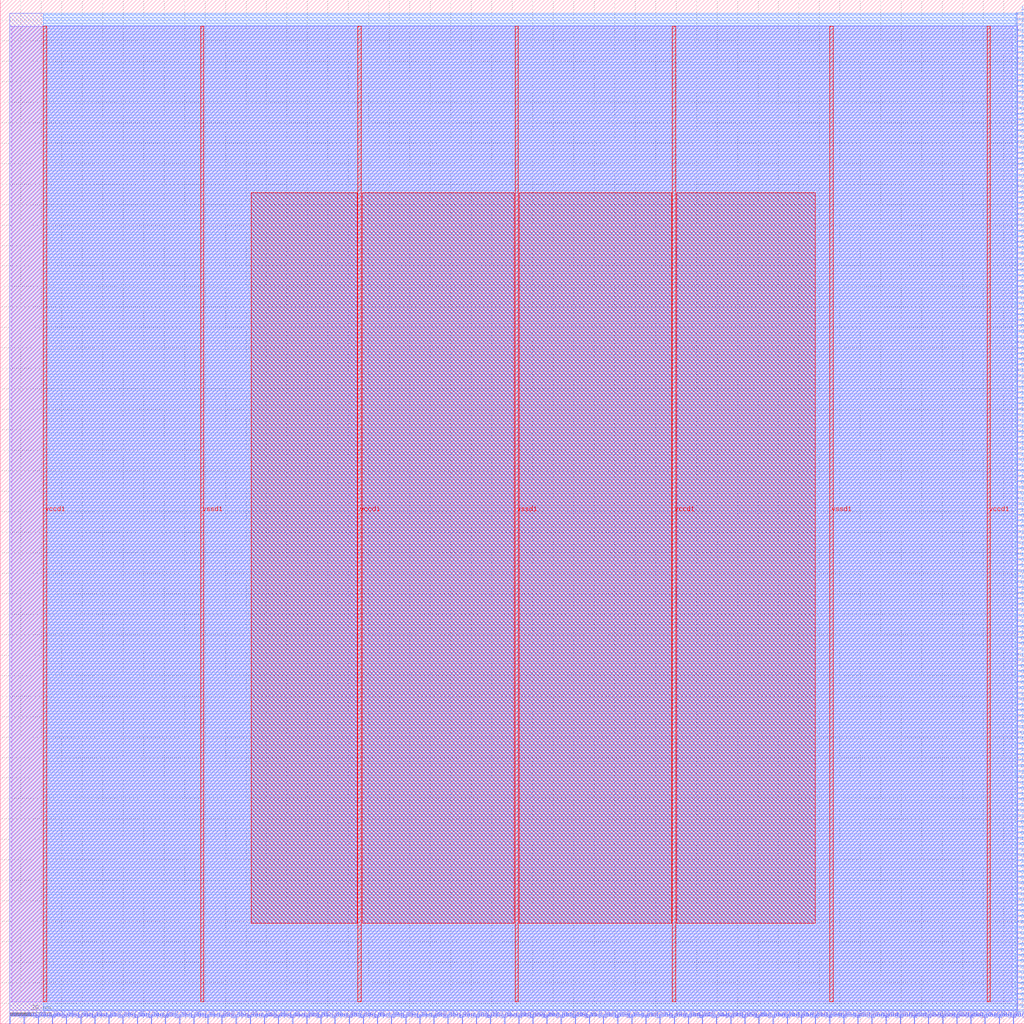
<source format=lef>
VERSION 5.7 ;
  NOWIREEXTENSIONATPIN ON ;
  DIVIDERCHAR "/" ;
  BUSBITCHARS "[]" ;
MACRO core
  CLASS BLOCK ;
  FOREIGN core ;
  ORIGIN 0.000 0.000 ;
  SIZE 500.000 BY 500.000 ;
  PIN dbg_in[0]
    DIRECTION INPUT ;
    USE SIGNAL ;
    PORT
      LAYER met2 ;
        RECT 4.690 0.000 4.970 4.000 ;
    END
  END dbg_in[0]
  PIN dbg_in[1]
    DIRECTION INPUT ;
    USE SIGNAL ;
    PORT
      LAYER met2 ;
        RECT 32.290 0.000 32.570 4.000 ;
    END
  END dbg_in[1]
  PIN dbg_in[2]
    DIRECTION INPUT ;
    USE SIGNAL ;
    PORT
      LAYER met2 ;
        RECT 59.890 0.000 60.170 4.000 ;
    END
  END dbg_in[2]
  PIN dbg_in[3]
    DIRECTION INPUT ;
    USE SIGNAL ;
    PORT
      LAYER met2 ;
        RECT 87.490 0.000 87.770 4.000 ;
    END
  END dbg_in[3]
  PIN dbg_out[0]
    DIRECTION OUTPUT TRISTATE ;
    USE SIGNAL ;
    PORT
      LAYER met2 ;
        RECT 11.590 0.000 11.870 4.000 ;
    END
  END dbg_out[0]
  PIN dbg_out[10]
    DIRECTION OUTPUT TRISTATE ;
    USE SIGNAL ;
    PORT
      LAYER met2 ;
        RECT 239.290 0.000 239.570 4.000 ;
    END
  END dbg_out[10]
  PIN dbg_out[11]
    DIRECTION OUTPUT TRISTATE ;
    USE SIGNAL ;
    PORT
      LAYER met2 ;
        RECT 259.990 0.000 260.270 4.000 ;
    END
  END dbg_out[11]
  PIN dbg_out[12]
    DIRECTION OUTPUT TRISTATE ;
    USE SIGNAL ;
    PORT
      LAYER met2 ;
        RECT 280.690 0.000 280.970 4.000 ;
    END
  END dbg_out[12]
  PIN dbg_out[13]
    DIRECTION OUTPUT TRISTATE ;
    USE SIGNAL ;
    PORT
      LAYER met2 ;
        RECT 301.390 0.000 301.670 4.000 ;
    END
  END dbg_out[13]
  PIN dbg_out[14]
    DIRECTION OUTPUT TRISTATE ;
    USE SIGNAL ;
    PORT
      LAYER met2 ;
        RECT 322.090 0.000 322.370 4.000 ;
    END
  END dbg_out[14]
  PIN dbg_out[15]
    DIRECTION OUTPUT TRISTATE ;
    USE SIGNAL ;
    PORT
      LAYER met2 ;
        RECT 342.790 0.000 343.070 4.000 ;
    END
  END dbg_out[15]
  PIN dbg_out[16]
    DIRECTION OUTPUT TRISTATE ;
    USE SIGNAL ;
    PORT
      LAYER met2 ;
        RECT 363.490 0.000 363.770 4.000 ;
    END
  END dbg_out[16]
  PIN dbg_out[17]
    DIRECTION OUTPUT TRISTATE ;
    USE SIGNAL ;
    PORT
      LAYER met2 ;
        RECT 370.390 0.000 370.670 4.000 ;
    END
  END dbg_out[17]
  PIN dbg_out[18]
    DIRECTION OUTPUT TRISTATE ;
    USE SIGNAL ;
    PORT
      LAYER met2 ;
        RECT 377.290 0.000 377.570 4.000 ;
    END
  END dbg_out[18]
  PIN dbg_out[19]
    DIRECTION OUTPUT TRISTATE ;
    USE SIGNAL ;
    PORT
      LAYER met2 ;
        RECT 384.190 0.000 384.470 4.000 ;
    END
  END dbg_out[19]
  PIN dbg_out[1]
    DIRECTION OUTPUT TRISTATE ;
    USE SIGNAL ;
    PORT
      LAYER met2 ;
        RECT 39.190 0.000 39.470 4.000 ;
    END
  END dbg_out[1]
  PIN dbg_out[20]
    DIRECTION OUTPUT TRISTATE ;
    USE SIGNAL ;
    PORT
      LAYER met2 ;
        RECT 391.090 0.000 391.370 4.000 ;
    END
  END dbg_out[20]
  PIN dbg_out[21]
    DIRECTION OUTPUT TRISTATE ;
    USE SIGNAL ;
    PORT
      LAYER met2 ;
        RECT 397.990 0.000 398.270 4.000 ;
    END
  END dbg_out[21]
  PIN dbg_out[22]
    DIRECTION OUTPUT TRISTATE ;
    USE SIGNAL ;
    PORT
      LAYER met2 ;
        RECT 404.890 0.000 405.170 4.000 ;
    END
  END dbg_out[22]
  PIN dbg_out[23]
    DIRECTION OUTPUT TRISTATE ;
    USE SIGNAL ;
    PORT
      LAYER met2 ;
        RECT 411.790 0.000 412.070 4.000 ;
    END
  END dbg_out[23]
  PIN dbg_out[24]
    DIRECTION OUTPUT TRISTATE ;
    USE SIGNAL ;
    PORT
      LAYER met2 ;
        RECT 418.690 0.000 418.970 4.000 ;
    END
  END dbg_out[24]
  PIN dbg_out[25]
    DIRECTION OUTPUT TRISTATE ;
    USE SIGNAL ;
    PORT
      LAYER met2 ;
        RECT 425.590 0.000 425.870 4.000 ;
    END
  END dbg_out[25]
  PIN dbg_out[26]
    DIRECTION OUTPUT TRISTATE ;
    USE SIGNAL ;
    PORT
      LAYER met2 ;
        RECT 432.490 0.000 432.770 4.000 ;
    END
  END dbg_out[26]
  PIN dbg_out[27]
    DIRECTION OUTPUT TRISTATE ;
    USE SIGNAL ;
    PORT
      LAYER met2 ;
        RECT 439.390 0.000 439.670 4.000 ;
    END
  END dbg_out[27]
  PIN dbg_out[28]
    DIRECTION OUTPUT TRISTATE ;
    USE SIGNAL ;
    PORT
      LAYER met2 ;
        RECT 446.290 0.000 446.570 4.000 ;
    END
  END dbg_out[28]
  PIN dbg_out[29]
    DIRECTION OUTPUT TRISTATE ;
    USE SIGNAL ;
    PORT
      LAYER met2 ;
        RECT 453.190 0.000 453.470 4.000 ;
    END
  END dbg_out[29]
  PIN dbg_out[2]
    DIRECTION OUTPUT TRISTATE ;
    USE SIGNAL ;
    PORT
      LAYER met2 ;
        RECT 66.790 0.000 67.070 4.000 ;
    END
  END dbg_out[2]
  PIN dbg_out[30]
    DIRECTION OUTPUT TRISTATE ;
    USE SIGNAL ;
    PORT
      LAYER met2 ;
        RECT 460.090 0.000 460.370 4.000 ;
    END
  END dbg_out[30]
  PIN dbg_out[31]
    DIRECTION OUTPUT TRISTATE ;
    USE SIGNAL ;
    PORT
      LAYER met2 ;
        RECT 466.990 0.000 467.270 4.000 ;
    END
  END dbg_out[31]
  PIN dbg_out[32]
    DIRECTION OUTPUT TRISTATE ;
    USE SIGNAL ;
    PORT
      LAYER met2 ;
        RECT 473.890 0.000 474.170 4.000 ;
    END
  END dbg_out[32]
  PIN dbg_out[33]
    DIRECTION OUTPUT TRISTATE ;
    USE SIGNAL ;
    PORT
      LAYER met2 ;
        RECT 480.790 0.000 481.070 4.000 ;
    END
  END dbg_out[33]
  PIN dbg_out[34]
    DIRECTION OUTPUT TRISTATE ;
    USE SIGNAL ;
    PORT
      LAYER met2 ;
        RECT 487.690 0.000 487.970 4.000 ;
    END
  END dbg_out[34]
  PIN dbg_out[35]
    DIRECTION OUTPUT TRISTATE ;
    USE SIGNAL ;
    PORT
      LAYER met2 ;
        RECT 494.590 0.000 494.870 4.000 ;
    END
  END dbg_out[35]
  PIN dbg_out[3]
    DIRECTION OUTPUT TRISTATE ;
    USE SIGNAL ;
    PORT
      LAYER met2 ;
        RECT 94.390 0.000 94.670 4.000 ;
    END
  END dbg_out[3]
  PIN dbg_out[4]
    DIRECTION OUTPUT TRISTATE ;
    USE SIGNAL ;
    PORT
      LAYER met2 ;
        RECT 115.090 0.000 115.370 4.000 ;
    END
  END dbg_out[4]
  PIN dbg_out[5]
    DIRECTION OUTPUT TRISTATE ;
    USE SIGNAL ;
    PORT
      LAYER met2 ;
        RECT 135.790 0.000 136.070 4.000 ;
    END
  END dbg_out[5]
  PIN dbg_out[6]
    DIRECTION OUTPUT TRISTATE ;
    USE SIGNAL ;
    PORT
      LAYER met2 ;
        RECT 156.490 0.000 156.770 4.000 ;
    END
  END dbg_out[6]
  PIN dbg_out[7]
    DIRECTION OUTPUT TRISTATE ;
    USE SIGNAL ;
    PORT
      LAYER met2 ;
        RECT 177.190 0.000 177.470 4.000 ;
    END
  END dbg_out[7]
  PIN dbg_out[8]
    DIRECTION OUTPUT TRISTATE ;
    USE SIGNAL ;
    PORT
      LAYER met2 ;
        RECT 197.890 0.000 198.170 4.000 ;
    END
  END dbg_out[8]
  PIN dbg_out[9]
    DIRECTION OUTPUT TRISTATE ;
    USE SIGNAL ;
    PORT
      LAYER met2 ;
        RECT 218.590 0.000 218.870 4.000 ;
    END
  END dbg_out[9]
  PIN dbg_pc[0]
    DIRECTION OUTPUT TRISTATE ;
    USE SIGNAL ;
    PORT
      LAYER met2 ;
        RECT 18.490 0.000 18.770 4.000 ;
    END
  END dbg_pc[0]
  PIN dbg_pc[10]
    DIRECTION OUTPUT TRISTATE ;
    USE SIGNAL ;
    PORT
      LAYER met2 ;
        RECT 246.190 0.000 246.470 4.000 ;
    END
  END dbg_pc[10]
  PIN dbg_pc[11]
    DIRECTION OUTPUT TRISTATE ;
    USE SIGNAL ;
    PORT
      LAYER met2 ;
        RECT 266.890 0.000 267.170 4.000 ;
    END
  END dbg_pc[11]
  PIN dbg_pc[12]
    DIRECTION OUTPUT TRISTATE ;
    USE SIGNAL ;
    PORT
      LAYER met2 ;
        RECT 287.590 0.000 287.870 4.000 ;
    END
  END dbg_pc[12]
  PIN dbg_pc[13]
    DIRECTION OUTPUT TRISTATE ;
    USE SIGNAL ;
    PORT
      LAYER met2 ;
        RECT 308.290 0.000 308.570 4.000 ;
    END
  END dbg_pc[13]
  PIN dbg_pc[14]
    DIRECTION OUTPUT TRISTATE ;
    USE SIGNAL ;
    PORT
      LAYER met2 ;
        RECT 328.990 0.000 329.270 4.000 ;
    END
  END dbg_pc[14]
  PIN dbg_pc[15]
    DIRECTION OUTPUT TRISTATE ;
    USE SIGNAL ;
    PORT
      LAYER met2 ;
        RECT 349.690 0.000 349.970 4.000 ;
    END
  END dbg_pc[15]
  PIN dbg_pc[1]
    DIRECTION OUTPUT TRISTATE ;
    USE SIGNAL ;
    PORT
      LAYER met2 ;
        RECT 46.090 0.000 46.370 4.000 ;
    END
  END dbg_pc[1]
  PIN dbg_pc[2]
    DIRECTION OUTPUT TRISTATE ;
    USE SIGNAL ;
    PORT
      LAYER met2 ;
        RECT 73.690 0.000 73.970 4.000 ;
    END
  END dbg_pc[2]
  PIN dbg_pc[3]
    DIRECTION OUTPUT TRISTATE ;
    USE SIGNAL ;
    PORT
      LAYER met2 ;
        RECT 101.290 0.000 101.570 4.000 ;
    END
  END dbg_pc[3]
  PIN dbg_pc[4]
    DIRECTION OUTPUT TRISTATE ;
    USE SIGNAL ;
    PORT
      LAYER met2 ;
        RECT 121.990 0.000 122.270 4.000 ;
    END
  END dbg_pc[4]
  PIN dbg_pc[5]
    DIRECTION OUTPUT TRISTATE ;
    USE SIGNAL ;
    PORT
      LAYER met2 ;
        RECT 142.690 0.000 142.970 4.000 ;
    END
  END dbg_pc[5]
  PIN dbg_pc[6]
    DIRECTION OUTPUT TRISTATE ;
    USE SIGNAL ;
    PORT
      LAYER met2 ;
        RECT 163.390 0.000 163.670 4.000 ;
    END
  END dbg_pc[6]
  PIN dbg_pc[7]
    DIRECTION OUTPUT TRISTATE ;
    USE SIGNAL ;
    PORT
      LAYER met2 ;
        RECT 184.090 0.000 184.370 4.000 ;
    END
  END dbg_pc[7]
  PIN dbg_pc[8]
    DIRECTION OUTPUT TRISTATE ;
    USE SIGNAL ;
    PORT
      LAYER met2 ;
        RECT 204.790 0.000 205.070 4.000 ;
    END
  END dbg_pc[8]
  PIN dbg_pc[9]
    DIRECTION OUTPUT TRISTATE ;
    USE SIGNAL ;
    PORT
      LAYER met2 ;
        RECT 225.490 0.000 225.770 4.000 ;
    END
  END dbg_pc[9]
  PIN dbg_r0[0]
    DIRECTION OUTPUT TRISTATE ;
    USE SIGNAL ;
    PORT
      LAYER met2 ;
        RECT 25.390 0.000 25.670 4.000 ;
    END
  END dbg_r0[0]
  PIN dbg_r0[10]
    DIRECTION OUTPUT TRISTATE ;
    USE SIGNAL ;
    PORT
      LAYER met2 ;
        RECT 253.090 0.000 253.370 4.000 ;
    END
  END dbg_r0[10]
  PIN dbg_r0[11]
    DIRECTION OUTPUT TRISTATE ;
    USE SIGNAL ;
    PORT
      LAYER met2 ;
        RECT 273.790 0.000 274.070 4.000 ;
    END
  END dbg_r0[11]
  PIN dbg_r0[12]
    DIRECTION OUTPUT TRISTATE ;
    USE SIGNAL ;
    PORT
      LAYER met2 ;
        RECT 294.490 0.000 294.770 4.000 ;
    END
  END dbg_r0[12]
  PIN dbg_r0[13]
    DIRECTION OUTPUT TRISTATE ;
    USE SIGNAL ;
    PORT
      LAYER met2 ;
        RECT 315.190 0.000 315.470 4.000 ;
    END
  END dbg_r0[13]
  PIN dbg_r0[14]
    DIRECTION OUTPUT TRISTATE ;
    USE SIGNAL ;
    PORT
      LAYER met2 ;
        RECT 335.890 0.000 336.170 4.000 ;
    END
  END dbg_r0[14]
  PIN dbg_r0[15]
    DIRECTION OUTPUT TRISTATE ;
    USE SIGNAL ;
    PORT
      LAYER met2 ;
        RECT 356.590 0.000 356.870 4.000 ;
    END
  END dbg_r0[15]
  PIN dbg_r0[1]
    DIRECTION OUTPUT TRISTATE ;
    USE SIGNAL ;
    PORT
      LAYER met2 ;
        RECT 52.990 0.000 53.270 4.000 ;
    END
  END dbg_r0[1]
  PIN dbg_r0[2]
    DIRECTION OUTPUT TRISTATE ;
    USE SIGNAL ;
    PORT
      LAYER met2 ;
        RECT 80.590 0.000 80.870 4.000 ;
    END
  END dbg_r0[2]
  PIN dbg_r0[3]
    DIRECTION OUTPUT TRISTATE ;
    USE SIGNAL ;
    PORT
      LAYER met2 ;
        RECT 108.190 0.000 108.470 4.000 ;
    END
  END dbg_r0[3]
  PIN dbg_r0[4]
    DIRECTION OUTPUT TRISTATE ;
    USE SIGNAL ;
    PORT
      LAYER met2 ;
        RECT 128.890 0.000 129.170 4.000 ;
    END
  END dbg_r0[4]
  PIN dbg_r0[5]
    DIRECTION OUTPUT TRISTATE ;
    USE SIGNAL ;
    PORT
      LAYER met2 ;
        RECT 149.590 0.000 149.870 4.000 ;
    END
  END dbg_r0[5]
  PIN dbg_r0[6]
    DIRECTION OUTPUT TRISTATE ;
    USE SIGNAL ;
    PORT
      LAYER met2 ;
        RECT 170.290 0.000 170.570 4.000 ;
    END
  END dbg_r0[6]
  PIN dbg_r0[7]
    DIRECTION OUTPUT TRISTATE ;
    USE SIGNAL ;
    PORT
      LAYER met2 ;
        RECT 190.990 0.000 191.270 4.000 ;
    END
  END dbg_r0[7]
  PIN dbg_r0[8]
    DIRECTION OUTPUT TRISTATE ;
    USE SIGNAL ;
    PORT
      LAYER met2 ;
        RECT 211.690 0.000 211.970 4.000 ;
    END
  END dbg_r0[8]
  PIN dbg_r0[9]
    DIRECTION OUTPUT TRISTATE ;
    USE SIGNAL ;
    PORT
      LAYER met2 ;
        RECT 232.390 0.000 232.670 4.000 ;
    END
  END dbg_r0[9]
  PIN i_clk
    DIRECTION INPUT ;
    USE SIGNAL ;
    PORT
      LAYER met3 ;
        RECT 496.000 6.160 500.000 6.760 ;
    END
  END i_clk
  PIN i_core_int_sreg[0]
    DIRECTION INPUT ;
    USE SIGNAL ;
    PORT
      LAYER met3 ;
        RECT 496.000 452.240 500.000 452.840 ;
    END
  END i_core_int_sreg[0]
  PIN i_core_int_sreg[10]
    DIRECTION INPUT ;
    USE SIGNAL ;
    PORT
      LAYER met3 ;
        RECT 496.000 479.440 500.000 480.040 ;
    END
  END i_core_int_sreg[10]
  PIN i_core_int_sreg[11]
    DIRECTION INPUT ;
    USE SIGNAL ;
    PORT
      LAYER met3 ;
        RECT 496.000 482.160 500.000 482.760 ;
    END
  END i_core_int_sreg[11]
  PIN i_core_int_sreg[12]
    DIRECTION INPUT ;
    USE SIGNAL ;
    PORT
      LAYER met3 ;
        RECT 496.000 484.880 500.000 485.480 ;
    END
  END i_core_int_sreg[12]
  PIN i_core_int_sreg[13]
    DIRECTION INPUT ;
    USE SIGNAL ;
    PORT
      LAYER met3 ;
        RECT 496.000 487.600 500.000 488.200 ;
    END
  END i_core_int_sreg[13]
  PIN i_core_int_sreg[14]
    DIRECTION INPUT ;
    USE SIGNAL ;
    PORT
      LAYER met3 ;
        RECT 496.000 490.320 500.000 490.920 ;
    END
  END i_core_int_sreg[14]
  PIN i_core_int_sreg[15]
    DIRECTION INPUT ;
    USE SIGNAL ;
    PORT
      LAYER met3 ;
        RECT 496.000 493.040 500.000 493.640 ;
    END
  END i_core_int_sreg[15]
  PIN i_core_int_sreg[1]
    DIRECTION INPUT ;
    USE SIGNAL ;
    PORT
      LAYER met3 ;
        RECT 496.000 454.960 500.000 455.560 ;
    END
  END i_core_int_sreg[1]
  PIN i_core_int_sreg[2]
    DIRECTION INPUT ;
    USE SIGNAL ;
    PORT
      LAYER met3 ;
        RECT 496.000 457.680 500.000 458.280 ;
    END
  END i_core_int_sreg[2]
  PIN i_core_int_sreg[3]
    DIRECTION INPUT ;
    USE SIGNAL ;
    PORT
      LAYER met3 ;
        RECT 496.000 460.400 500.000 461.000 ;
    END
  END i_core_int_sreg[3]
  PIN i_core_int_sreg[4]
    DIRECTION INPUT ;
    USE SIGNAL ;
    PORT
      LAYER met3 ;
        RECT 496.000 463.120 500.000 463.720 ;
    END
  END i_core_int_sreg[4]
  PIN i_core_int_sreg[5]
    DIRECTION INPUT ;
    USE SIGNAL ;
    PORT
      LAYER met3 ;
        RECT 496.000 465.840 500.000 466.440 ;
    END
  END i_core_int_sreg[5]
  PIN i_core_int_sreg[6]
    DIRECTION INPUT ;
    USE SIGNAL ;
    PORT
      LAYER met3 ;
        RECT 496.000 468.560 500.000 469.160 ;
    END
  END i_core_int_sreg[6]
  PIN i_core_int_sreg[7]
    DIRECTION INPUT ;
    USE SIGNAL ;
    PORT
      LAYER met3 ;
        RECT 496.000 471.280 500.000 471.880 ;
    END
  END i_core_int_sreg[7]
  PIN i_core_int_sreg[8]
    DIRECTION INPUT ;
    USE SIGNAL ;
    PORT
      LAYER met3 ;
        RECT 496.000 474.000 500.000 474.600 ;
    END
  END i_core_int_sreg[8]
  PIN i_core_int_sreg[9]
    DIRECTION INPUT ;
    USE SIGNAL ;
    PORT
      LAYER met3 ;
        RECT 496.000 476.720 500.000 477.320 ;
    END
  END i_core_int_sreg[9]
  PIN i_disable
    DIRECTION INPUT ;
    USE SIGNAL ;
    PORT
      LAYER met3 ;
        RECT 496.000 446.800 500.000 447.400 ;
    END
  END i_disable
  PIN i_irq
    DIRECTION INPUT ;
    USE SIGNAL ;
    PORT
      LAYER met3 ;
        RECT 496.000 346.160 500.000 346.760 ;
    END
  END i_irq
  PIN i_mc_core_int
    DIRECTION INPUT ;
    USE SIGNAL ;
    PORT
      LAYER met3 ;
        RECT 496.000 449.520 500.000 450.120 ;
    END
  END i_mc_core_int
  PIN i_mem_ack
    DIRECTION INPUT ;
    USE SIGNAL ;
    PORT
      LAYER met3 ;
        RECT 496.000 174.800 500.000 175.400 ;
    END
  END i_mem_ack
  PIN i_mem_data[0]
    DIRECTION INPUT ;
    USE SIGNAL ;
    PORT
      LAYER met3 ;
        RECT 496.000 76.880 500.000 77.480 ;
    END
  END i_mem_data[0]
  PIN i_mem_data[10]
    DIRECTION INPUT ;
    USE SIGNAL ;
    PORT
      LAYER met3 ;
        RECT 496.000 131.280 500.000 131.880 ;
    END
  END i_mem_data[10]
  PIN i_mem_data[11]
    DIRECTION INPUT ;
    USE SIGNAL ;
    PORT
      LAYER met3 ;
        RECT 496.000 136.720 500.000 137.320 ;
    END
  END i_mem_data[11]
  PIN i_mem_data[12]
    DIRECTION INPUT ;
    USE SIGNAL ;
    PORT
      LAYER met3 ;
        RECT 496.000 142.160 500.000 142.760 ;
    END
  END i_mem_data[12]
  PIN i_mem_data[13]
    DIRECTION INPUT ;
    USE SIGNAL ;
    PORT
      LAYER met3 ;
        RECT 496.000 147.600 500.000 148.200 ;
    END
  END i_mem_data[13]
  PIN i_mem_data[14]
    DIRECTION INPUT ;
    USE SIGNAL ;
    PORT
      LAYER met3 ;
        RECT 496.000 153.040 500.000 153.640 ;
    END
  END i_mem_data[14]
  PIN i_mem_data[15]
    DIRECTION INPUT ;
    USE SIGNAL ;
    PORT
      LAYER met3 ;
        RECT 496.000 158.480 500.000 159.080 ;
    END
  END i_mem_data[15]
  PIN i_mem_data[1]
    DIRECTION INPUT ;
    USE SIGNAL ;
    PORT
      LAYER met3 ;
        RECT 496.000 82.320 500.000 82.920 ;
    END
  END i_mem_data[1]
  PIN i_mem_data[2]
    DIRECTION INPUT ;
    USE SIGNAL ;
    PORT
      LAYER met3 ;
        RECT 496.000 87.760 500.000 88.360 ;
    END
  END i_mem_data[2]
  PIN i_mem_data[3]
    DIRECTION INPUT ;
    USE SIGNAL ;
    PORT
      LAYER met3 ;
        RECT 496.000 93.200 500.000 93.800 ;
    END
  END i_mem_data[3]
  PIN i_mem_data[4]
    DIRECTION INPUT ;
    USE SIGNAL ;
    PORT
      LAYER met3 ;
        RECT 496.000 98.640 500.000 99.240 ;
    END
  END i_mem_data[4]
  PIN i_mem_data[5]
    DIRECTION INPUT ;
    USE SIGNAL ;
    PORT
      LAYER met3 ;
        RECT 496.000 104.080 500.000 104.680 ;
    END
  END i_mem_data[5]
  PIN i_mem_data[6]
    DIRECTION INPUT ;
    USE SIGNAL ;
    PORT
      LAYER met3 ;
        RECT 496.000 109.520 500.000 110.120 ;
    END
  END i_mem_data[6]
  PIN i_mem_data[7]
    DIRECTION INPUT ;
    USE SIGNAL ;
    PORT
      LAYER met3 ;
        RECT 496.000 114.960 500.000 115.560 ;
    END
  END i_mem_data[7]
  PIN i_mem_data[8]
    DIRECTION INPUT ;
    USE SIGNAL ;
    PORT
      LAYER met3 ;
        RECT 496.000 120.400 500.000 121.000 ;
    END
  END i_mem_data[8]
  PIN i_mem_data[9]
    DIRECTION INPUT ;
    USE SIGNAL ;
    PORT
      LAYER met3 ;
        RECT 496.000 125.840 500.000 126.440 ;
    END
  END i_mem_data[9]
  PIN i_mem_exception
    DIRECTION INPUT ;
    USE SIGNAL ;
    PORT
      LAYER met3 ;
        RECT 496.000 177.520 500.000 178.120 ;
    END
  END i_mem_exception
  PIN i_req_data[0]
    DIRECTION INPUT ;
    USE SIGNAL ;
    PORT
      LAYER met3 ;
        RECT 496.000 188.400 500.000 189.000 ;
    END
  END i_req_data[0]
  PIN i_req_data[10]
    DIRECTION INPUT ;
    USE SIGNAL ;
    PORT
      LAYER met3 ;
        RECT 496.000 242.800 500.000 243.400 ;
    END
  END i_req_data[10]
  PIN i_req_data[11]
    DIRECTION INPUT ;
    USE SIGNAL ;
    PORT
      LAYER met3 ;
        RECT 496.000 248.240 500.000 248.840 ;
    END
  END i_req_data[11]
  PIN i_req_data[12]
    DIRECTION INPUT ;
    USE SIGNAL ;
    PORT
      LAYER met3 ;
        RECT 496.000 253.680 500.000 254.280 ;
    END
  END i_req_data[12]
  PIN i_req_data[13]
    DIRECTION INPUT ;
    USE SIGNAL ;
    PORT
      LAYER met3 ;
        RECT 496.000 259.120 500.000 259.720 ;
    END
  END i_req_data[13]
  PIN i_req_data[14]
    DIRECTION INPUT ;
    USE SIGNAL ;
    PORT
      LAYER met3 ;
        RECT 496.000 264.560 500.000 265.160 ;
    END
  END i_req_data[14]
  PIN i_req_data[15]
    DIRECTION INPUT ;
    USE SIGNAL ;
    PORT
      LAYER met3 ;
        RECT 496.000 270.000 500.000 270.600 ;
    END
  END i_req_data[15]
  PIN i_req_data[16]
    DIRECTION INPUT ;
    USE SIGNAL ;
    PORT
      LAYER met3 ;
        RECT 496.000 275.440 500.000 276.040 ;
    END
  END i_req_data[16]
  PIN i_req_data[17]
    DIRECTION INPUT ;
    USE SIGNAL ;
    PORT
      LAYER met3 ;
        RECT 496.000 278.160 500.000 278.760 ;
    END
  END i_req_data[17]
  PIN i_req_data[18]
    DIRECTION INPUT ;
    USE SIGNAL ;
    PORT
      LAYER met3 ;
        RECT 496.000 280.880 500.000 281.480 ;
    END
  END i_req_data[18]
  PIN i_req_data[19]
    DIRECTION INPUT ;
    USE SIGNAL ;
    PORT
      LAYER met3 ;
        RECT 496.000 283.600 500.000 284.200 ;
    END
  END i_req_data[19]
  PIN i_req_data[1]
    DIRECTION INPUT ;
    USE SIGNAL ;
    PORT
      LAYER met3 ;
        RECT 496.000 193.840 500.000 194.440 ;
    END
  END i_req_data[1]
  PIN i_req_data[20]
    DIRECTION INPUT ;
    USE SIGNAL ;
    PORT
      LAYER met3 ;
        RECT 496.000 286.320 500.000 286.920 ;
    END
  END i_req_data[20]
  PIN i_req_data[21]
    DIRECTION INPUT ;
    USE SIGNAL ;
    PORT
      LAYER met3 ;
        RECT 496.000 289.040 500.000 289.640 ;
    END
  END i_req_data[21]
  PIN i_req_data[22]
    DIRECTION INPUT ;
    USE SIGNAL ;
    PORT
      LAYER met3 ;
        RECT 496.000 291.760 500.000 292.360 ;
    END
  END i_req_data[22]
  PIN i_req_data[23]
    DIRECTION INPUT ;
    USE SIGNAL ;
    PORT
      LAYER met3 ;
        RECT 496.000 294.480 500.000 295.080 ;
    END
  END i_req_data[23]
  PIN i_req_data[24]
    DIRECTION INPUT ;
    USE SIGNAL ;
    PORT
      LAYER met3 ;
        RECT 496.000 297.200 500.000 297.800 ;
    END
  END i_req_data[24]
  PIN i_req_data[25]
    DIRECTION INPUT ;
    USE SIGNAL ;
    PORT
      LAYER met3 ;
        RECT 496.000 299.920 500.000 300.520 ;
    END
  END i_req_data[25]
  PIN i_req_data[26]
    DIRECTION INPUT ;
    USE SIGNAL ;
    PORT
      LAYER met3 ;
        RECT 496.000 302.640 500.000 303.240 ;
    END
  END i_req_data[26]
  PIN i_req_data[27]
    DIRECTION INPUT ;
    USE SIGNAL ;
    PORT
      LAYER met3 ;
        RECT 496.000 305.360 500.000 305.960 ;
    END
  END i_req_data[27]
  PIN i_req_data[28]
    DIRECTION INPUT ;
    USE SIGNAL ;
    PORT
      LAYER met3 ;
        RECT 496.000 308.080 500.000 308.680 ;
    END
  END i_req_data[28]
  PIN i_req_data[29]
    DIRECTION INPUT ;
    USE SIGNAL ;
    PORT
      LAYER met3 ;
        RECT 496.000 310.800 500.000 311.400 ;
    END
  END i_req_data[29]
  PIN i_req_data[2]
    DIRECTION INPUT ;
    USE SIGNAL ;
    PORT
      LAYER met3 ;
        RECT 496.000 199.280 500.000 199.880 ;
    END
  END i_req_data[2]
  PIN i_req_data[30]
    DIRECTION INPUT ;
    USE SIGNAL ;
    PORT
      LAYER met3 ;
        RECT 496.000 313.520 500.000 314.120 ;
    END
  END i_req_data[30]
  PIN i_req_data[31]
    DIRECTION INPUT ;
    USE SIGNAL ;
    PORT
      LAYER met3 ;
        RECT 496.000 316.240 500.000 316.840 ;
    END
  END i_req_data[31]
  PIN i_req_data[3]
    DIRECTION INPUT ;
    USE SIGNAL ;
    PORT
      LAYER met3 ;
        RECT 496.000 204.720 500.000 205.320 ;
    END
  END i_req_data[3]
  PIN i_req_data[4]
    DIRECTION INPUT ;
    USE SIGNAL ;
    PORT
      LAYER met3 ;
        RECT 496.000 210.160 500.000 210.760 ;
    END
  END i_req_data[4]
  PIN i_req_data[5]
    DIRECTION INPUT ;
    USE SIGNAL ;
    PORT
      LAYER met3 ;
        RECT 496.000 215.600 500.000 216.200 ;
    END
  END i_req_data[5]
  PIN i_req_data[6]
    DIRECTION INPUT ;
    USE SIGNAL ;
    PORT
      LAYER met3 ;
        RECT 496.000 221.040 500.000 221.640 ;
    END
  END i_req_data[6]
  PIN i_req_data[7]
    DIRECTION INPUT ;
    USE SIGNAL ;
    PORT
      LAYER met3 ;
        RECT 496.000 226.480 500.000 227.080 ;
    END
  END i_req_data[7]
  PIN i_req_data[8]
    DIRECTION INPUT ;
    USE SIGNAL ;
    PORT
      LAYER met3 ;
        RECT 496.000 231.920 500.000 232.520 ;
    END
  END i_req_data[8]
  PIN i_req_data[9]
    DIRECTION INPUT ;
    USE SIGNAL ;
    PORT
      LAYER met3 ;
        RECT 496.000 237.360 500.000 237.960 ;
    END
  END i_req_data[9]
  PIN i_req_data_valid
    DIRECTION INPUT ;
    USE SIGNAL ;
    PORT
      LAYER met3 ;
        RECT 496.000 180.240 500.000 180.840 ;
    END
  END i_req_data_valid
  PIN i_rst
    DIRECTION INPUT ;
    USE SIGNAL ;
    PORT
      LAYER met3 ;
        RECT 496.000 8.880 500.000 9.480 ;
    END
  END i_rst
  PIN o_c_data_page
    DIRECTION OUTPUT TRISTATE ;
    USE SIGNAL ;
    PORT
      LAYER met3 ;
        RECT 496.000 348.880 500.000 349.480 ;
    END
  END o_c_data_page
  PIN o_c_instr_long
    DIRECTION OUTPUT TRISTATE ;
    USE SIGNAL ;
    PORT
      LAYER met3 ;
        RECT 496.000 318.960 500.000 319.560 ;
    END
  END o_c_instr_long
  PIN o_c_instr_page
    DIRECTION OUTPUT TRISTATE ;
    USE SIGNAL ;
    PORT
      LAYER met3 ;
        RECT 496.000 351.600 500.000 352.200 ;
    END
  END o_c_instr_page
  PIN o_icache_flush
    DIRECTION OUTPUT TRISTATE ;
    USE SIGNAL ;
    PORT
      LAYER met3 ;
        RECT 496.000 444.080 500.000 444.680 ;
    END
  END o_icache_flush
  PIN o_instr_long_addr[0]
    DIRECTION OUTPUT TRISTATE ;
    USE SIGNAL ;
    PORT
      LAYER met3 ;
        RECT 496.000 324.400 500.000 325.000 ;
    END
  END o_instr_long_addr[0]
  PIN o_instr_long_addr[1]
    DIRECTION OUTPUT TRISTATE ;
    USE SIGNAL ;
    PORT
      LAYER met3 ;
        RECT 496.000 327.120 500.000 327.720 ;
    END
  END o_instr_long_addr[1]
  PIN o_instr_long_addr[2]
    DIRECTION OUTPUT TRISTATE ;
    USE SIGNAL ;
    PORT
      LAYER met3 ;
        RECT 496.000 329.840 500.000 330.440 ;
    END
  END o_instr_long_addr[2]
  PIN o_instr_long_addr[3]
    DIRECTION OUTPUT TRISTATE ;
    USE SIGNAL ;
    PORT
      LAYER met3 ;
        RECT 496.000 332.560 500.000 333.160 ;
    END
  END o_instr_long_addr[3]
  PIN o_instr_long_addr[4]
    DIRECTION OUTPUT TRISTATE ;
    USE SIGNAL ;
    PORT
      LAYER met3 ;
        RECT 496.000 335.280 500.000 335.880 ;
    END
  END o_instr_long_addr[4]
  PIN o_instr_long_addr[5]
    DIRECTION OUTPUT TRISTATE ;
    USE SIGNAL ;
    PORT
      LAYER met3 ;
        RECT 496.000 338.000 500.000 338.600 ;
    END
  END o_instr_long_addr[5]
  PIN o_instr_long_addr[6]
    DIRECTION OUTPUT TRISTATE ;
    USE SIGNAL ;
    PORT
      LAYER met3 ;
        RECT 496.000 340.720 500.000 341.320 ;
    END
  END o_instr_long_addr[6]
  PIN o_instr_long_addr[7]
    DIRECTION OUTPUT TRISTATE ;
    USE SIGNAL ;
    PORT
      LAYER met3 ;
        RECT 496.000 343.440 500.000 344.040 ;
    END
  END o_instr_long_addr[7]
  PIN o_mem_addr[0]
    DIRECTION OUTPUT TRISTATE ;
    USE SIGNAL ;
    PORT
      LAYER met3 ;
        RECT 496.000 11.600 500.000 12.200 ;
    END
  END o_mem_addr[0]
  PIN o_mem_addr[10]
    DIRECTION OUTPUT TRISTATE ;
    USE SIGNAL ;
    PORT
      LAYER met3 ;
        RECT 496.000 60.560 500.000 61.160 ;
    END
  END o_mem_addr[10]
  PIN o_mem_addr[11]
    DIRECTION OUTPUT TRISTATE ;
    USE SIGNAL ;
    PORT
      LAYER met3 ;
        RECT 496.000 63.280 500.000 63.880 ;
    END
  END o_mem_addr[11]
  PIN o_mem_addr[12]
    DIRECTION OUTPUT TRISTATE ;
    USE SIGNAL ;
    PORT
      LAYER met3 ;
        RECT 496.000 66.000 500.000 66.600 ;
    END
  END o_mem_addr[12]
  PIN o_mem_addr[13]
    DIRECTION OUTPUT TRISTATE ;
    USE SIGNAL ;
    PORT
      LAYER met3 ;
        RECT 496.000 68.720 500.000 69.320 ;
    END
  END o_mem_addr[13]
  PIN o_mem_addr[14]
    DIRECTION OUTPUT TRISTATE ;
    USE SIGNAL ;
    PORT
      LAYER met3 ;
        RECT 496.000 71.440 500.000 72.040 ;
    END
  END o_mem_addr[14]
  PIN o_mem_addr[15]
    DIRECTION OUTPUT TRISTATE ;
    USE SIGNAL ;
    PORT
      LAYER met3 ;
        RECT 496.000 74.160 500.000 74.760 ;
    END
  END o_mem_addr[15]
  PIN o_mem_addr[1]
    DIRECTION OUTPUT TRISTATE ;
    USE SIGNAL ;
    PORT
      LAYER met3 ;
        RECT 496.000 17.040 500.000 17.640 ;
    END
  END o_mem_addr[1]
  PIN o_mem_addr[2]
    DIRECTION OUTPUT TRISTATE ;
    USE SIGNAL ;
    PORT
      LAYER met3 ;
        RECT 496.000 22.480 500.000 23.080 ;
    END
  END o_mem_addr[2]
  PIN o_mem_addr[3]
    DIRECTION OUTPUT TRISTATE ;
    USE SIGNAL ;
    PORT
      LAYER met3 ;
        RECT 496.000 27.920 500.000 28.520 ;
    END
  END o_mem_addr[3]
  PIN o_mem_addr[4]
    DIRECTION OUTPUT TRISTATE ;
    USE SIGNAL ;
    PORT
      LAYER met3 ;
        RECT 496.000 33.360 500.000 33.960 ;
    END
  END o_mem_addr[4]
  PIN o_mem_addr[5]
    DIRECTION OUTPUT TRISTATE ;
    USE SIGNAL ;
    PORT
      LAYER met3 ;
        RECT 496.000 38.800 500.000 39.400 ;
    END
  END o_mem_addr[5]
  PIN o_mem_addr[6]
    DIRECTION OUTPUT TRISTATE ;
    USE SIGNAL ;
    PORT
      LAYER met3 ;
        RECT 496.000 44.240 500.000 44.840 ;
    END
  END o_mem_addr[6]
  PIN o_mem_addr[7]
    DIRECTION OUTPUT TRISTATE ;
    USE SIGNAL ;
    PORT
      LAYER met3 ;
        RECT 496.000 49.680 500.000 50.280 ;
    END
  END o_mem_addr[7]
  PIN o_mem_addr[8]
    DIRECTION OUTPUT TRISTATE ;
    USE SIGNAL ;
    PORT
      LAYER met3 ;
        RECT 496.000 55.120 500.000 55.720 ;
    END
  END o_mem_addr[8]
  PIN o_mem_addr[9]
    DIRECTION OUTPUT TRISTATE ;
    USE SIGNAL ;
    PORT
      LAYER met3 ;
        RECT 496.000 57.840 500.000 58.440 ;
    END
  END o_mem_addr[9]
  PIN o_mem_addr_high[0]
    DIRECTION OUTPUT TRISTATE ;
    USE SIGNAL ;
    PORT
      LAYER met3 ;
        RECT 496.000 14.320 500.000 14.920 ;
    END
  END o_mem_addr_high[0]
  PIN o_mem_addr_high[1]
    DIRECTION OUTPUT TRISTATE ;
    USE SIGNAL ;
    PORT
      LAYER met3 ;
        RECT 496.000 19.760 500.000 20.360 ;
    END
  END o_mem_addr_high[1]
  PIN o_mem_addr_high[2]
    DIRECTION OUTPUT TRISTATE ;
    USE SIGNAL ;
    PORT
      LAYER met3 ;
        RECT 496.000 25.200 500.000 25.800 ;
    END
  END o_mem_addr_high[2]
  PIN o_mem_addr_high[3]
    DIRECTION OUTPUT TRISTATE ;
    USE SIGNAL ;
    PORT
      LAYER met3 ;
        RECT 496.000 30.640 500.000 31.240 ;
    END
  END o_mem_addr_high[3]
  PIN o_mem_addr_high[4]
    DIRECTION OUTPUT TRISTATE ;
    USE SIGNAL ;
    PORT
      LAYER met3 ;
        RECT 496.000 36.080 500.000 36.680 ;
    END
  END o_mem_addr_high[4]
  PIN o_mem_addr_high[5]
    DIRECTION OUTPUT TRISTATE ;
    USE SIGNAL ;
    PORT
      LAYER met3 ;
        RECT 496.000 41.520 500.000 42.120 ;
    END
  END o_mem_addr_high[5]
  PIN o_mem_addr_high[6]
    DIRECTION OUTPUT TRISTATE ;
    USE SIGNAL ;
    PORT
      LAYER met3 ;
        RECT 496.000 46.960 500.000 47.560 ;
    END
  END o_mem_addr_high[6]
  PIN o_mem_addr_high[7]
    DIRECTION OUTPUT TRISTATE ;
    USE SIGNAL ;
    PORT
      LAYER met3 ;
        RECT 496.000 52.400 500.000 53.000 ;
    END
  END o_mem_addr_high[7]
  PIN o_mem_data[0]
    DIRECTION OUTPUT TRISTATE ;
    USE SIGNAL ;
    PORT
      LAYER met3 ;
        RECT 496.000 79.600 500.000 80.200 ;
    END
  END o_mem_data[0]
  PIN o_mem_data[10]
    DIRECTION OUTPUT TRISTATE ;
    USE SIGNAL ;
    PORT
      LAYER met3 ;
        RECT 496.000 134.000 500.000 134.600 ;
    END
  END o_mem_data[10]
  PIN o_mem_data[11]
    DIRECTION OUTPUT TRISTATE ;
    USE SIGNAL ;
    PORT
      LAYER met3 ;
        RECT 496.000 139.440 500.000 140.040 ;
    END
  END o_mem_data[11]
  PIN o_mem_data[12]
    DIRECTION OUTPUT TRISTATE ;
    USE SIGNAL ;
    PORT
      LAYER met3 ;
        RECT 496.000 144.880 500.000 145.480 ;
    END
  END o_mem_data[12]
  PIN o_mem_data[13]
    DIRECTION OUTPUT TRISTATE ;
    USE SIGNAL ;
    PORT
      LAYER met3 ;
        RECT 496.000 150.320 500.000 150.920 ;
    END
  END o_mem_data[13]
  PIN o_mem_data[14]
    DIRECTION OUTPUT TRISTATE ;
    USE SIGNAL ;
    PORT
      LAYER met3 ;
        RECT 496.000 155.760 500.000 156.360 ;
    END
  END o_mem_data[14]
  PIN o_mem_data[15]
    DIRECTION OUTPUT TRISTATE ;
    USE SIGNAL ;
    PORT
      LAYER met3 ;
        RECT 496.000 161.200 500.000 161.800 ;
    END
  END o_mem_data[15]
  PIN o_mem_data[1]
    DIRECTION OUTPUT TRISTATE ;
    USE SIGNAL ;
    PORT
      LAYER met3 ;
        RECT 496.000 85.040 500.000 85.640 ;
    END
  END o_mem_data[1]
  PIN o_mem_data[2]
    DIRECTION OUTPUT TRISTATE ;
    USE SIGNAL ;
    PORT
      LAYER met3 ;
        RECT 496.000 90.480 500.000 91.080 ;
    END
  END o_mem_data[2]
  PIN o_mem_data[3]
    DIRECTION OUTPUT TRISTATE ;
    USE SIGNAL ;
    PORT
      LAYER met3 ;
        RECT 496.000 95.920 500.000 96.520 ;
    END
  END o_mem_data[3]
  PIN o_mem_data[4]
    DIRECTION OUTPUT TRISTATE ;
    USE SIGNAL ;
    PORT
      LAYER met3 ;
        RECT 496.000 101.360 500.000 101.960 ;
    END
  END o_mem_data[4]
  PIN o_mem_data[5]
    DIRECTION OUTPUT TRISTATE ;
    USE SIGNAL ;
    PORT
      LAYER met3 ;
        RECT 496.000 106.800 500.000 107.400 ;
    END
  END o_mem_data[5]
  PIN o_mem_data[6]
    DIRECTION OUTPUT TRISTATE ;
    USE SIGNAL ;
    PORT
      LAYER met3 ;
        RECT 496.000 112.240 500.000 112.840 ;
    END
  END o_mem_data[6]
  PIN o_mem_data[7]
    DIRECTION OUTPUT TRISTATE ;
    USE SIGNAL ;
    PORT
      LAYER met3 ;
        RECT 496.000 117.680 500.000 118.280 ;
    END
  END o_mem_data[7]
  PIN o_mem_data[8]
    DIRECTION OUTPUT TRISTATE ;
    USE SIGNAL ;
    PORT
      LAYER met3 ;
        RECT 496.000 123.120 500.000 123.720 ;
    END
  END o_mem_data[8]
  PIN o_mem_data[9]
    DIRECTION OUTPUT TRISTATE ;
    USE SIGNAL ;
    PORT
      LAYER met3 ;
        RECT 496.000 128.560 500.000 129.160 ;
    END
  END o_mem_data[9]
  PIN o_mem_long
    DIRECTION OUTPUT TRISTATE ;
    USE SIGNAL ;
    PORT
      LAYER met3 ;
        RECT 496.000 321.680 500.000 322.280 ;
    END
  END o_mem_long
  PIN o_mem_req
    DIRECTION OUTPUT TRISTATE ;
    USE SIGNAL ;
    PORT
      LAYER met3 ;
        RECT 496.000 163.920 500.000 164.520 ;
    END
  END o_mem_req
  PIN o_mem_sel[0]
    DIRECTION OUTPUT TRISTATE ;
    USE SIGNAL ;
    PORT
      LAYER met3 ;
        RECT 496.000 169.360 500.000 169.960 ;
    END
  END o_mem_sel[0]
  PIN o_mem_sel[1]
    DIRECTION OUTPUT TRISTATE ;
    USE SIGNAL ;
    PORT
      LAYER met3 ;
        RECT 496.000 172.080 500.000 172.680 ;
    END
  END o_mem_sel[1]
  PIN o_mem_we
    DIRECTION OUTPUT TRISTATE ;
    USE SIGNAL ;
    PORT
      LAYER met3 ;
        RECT 496.000 166.640 500.000 167.240 ;
    END
  END o_mem_we
  PIN o_req_active
    DIRECTION OUTPUT TRISTATE ;
    USE SIGNAL ;
    PORT
      LAYER met3 ;
        RECT 496.000 182.960 500.000 183.560 ;
    END
  END o_req_active
  PIN o_req_addr[0]
    DIRECTION OUTPUT TRISTATE ;
    USE SIGNAL ;
    PORT
      LAYER met3 ;
        RECT 496.000 191.120 500.000 191.720 ;
    END
  END o_req_addr[0]
  PIN o_req_addr[10]
    DIRECTION OUTPUT TRISTATE ;
    USE SIGNAL ;
    PORT
      LAYER met3 ;
        RECT 496.000 245.520 500.000 246.120 ;
    END
  END o_req_addr[10]
  PIN o_req_addr[11]
    DIRECTION OUTPUT TRISTATE ;
    USE SIGNAL ;
    PORT
      LAYER met3 ;
        RECT 496.000 250.960 500.000 251.560 ;
    END
  END o_req_addr[11]
  PIN o_req_addr[12]
    DIRECTION OUTPUT TRISTATE ;
    USE SIGNAL ;
    PORT
      LAYER met3 ;
        RECT 496.000 256.400 500.000 257.000 ;
    END
  END o_req_addr[12]
  PIN o_req_addr[13]
    DIRECTION OUTPUT TRISTATE ;
    USE SIGNAL ;
    PORT
      LAYER met3 ;
        RECT 496.000 261.840 500.000 262.440 ;
    END
  END o_req_addr[13]
  PIN o_req_addr[14]
    DIRECTION OUTPUT TRISTATE ;
    USE SIGNAL ;
    PORT
      LAYER met3 ;
        RECT 496.000 267.280 500.000 267.880 ;
    END
  END o_req_addr[14]
  PIN o_req_addr[15]
    DIRECTION OUTPUT TRISTATE ;
    USE SIGNAL ;
    PORT
      LAYER met3 ;
        RECT 496.000 272.720 500.000 273.320 ;
    END
  END o_req_addr[15]
  PIN o_req_addr[1]
    DIRECTION OUTPUT TRISTATE ;
    USE SIGNAL ;
    PORT
      LAYER met3 ;
        RECT 496.000 196.560 500.000 197.160 ;
    END
  END o_req_addr[1]
  PIN o_req_addr[2]
    DIRECTION OUTPUT TRISTATE ;
    USE SIGNAL ;
    PORT
      LAYER met3 ;
        RECT 496.000 202.000 500.000 202.600 ;
    END
  END o_req_addr[2]
  PIN o_req_addr[3]
    DIRECTION OUTPUT TRISTATE ;
    USE SIGNAL ;
    PORT
      LAYER met3 ;
        RECT 496.000 207.440 500.000 208.040 ;
    END
  END o_req_addr[3]
  PIN o_req_addr[4]
    DIRECTION OUTPUT TRISTATE ;
    USE SIGNAL ;
    PORT
      LAYER met3 ;
        RECT 496.000 212.880 500.000 213.480 ;
    END
  END o_req_addr[4]
  PIN o_req_addr[5]
    DIRECTION OUTPUT TRISTATE ;
    USE SIGNAL ;
    PORT
      LAYER met3 ;
        RECT 496.000 218.320 500.000 218.920 ;
    END
  END o_req_addr[5]
  PIN o_req_addr[6]
    DIRECTION OUTPUT TRISTATE ;
    USE SIGNAL ;
    PORT
      LAYER met3 ;
        RECT 496.000 223.760 500.000 224.360 ;
    END
  END o_req_addr[6]
  PIN o_req_addr[7]
    DIRECTION OUTPUT TRISTATE ;
    USE SIGNAL ;
    PORT
      LAYER met3 ;
        RECT 496.000 229.200 500.000 229.800 ;
    END
  END o_req_addr[7]
  PIN o_req_addr[8]
    DIRECTION OUTPUT TRISTATE ;
    USE SIGNAL ;
    PORT
      LAYER met3 ;
        RECT 496.000 234.640 500.000 235.240 ;
    END
  END o_req_addr[8]
  PIN o_req_addr[9]
    DIRECTION OUTPUT TRISTATE ;
    USE SIGNAL ;
    PORT
      LAYER met3 ;
        RECT 496.000 240.080 500.000 240.680 ;
    END
  END o_req_addr[9]
  PIN o_req_ppl_submit
    DIRECTION OUTPUT TRISTATE ;
    USE SIGNAL ;
    PORT
      LAYER met3 ;
        RECT 496.000 185.680 500.000 186.280 ;
    END
  END o_req_ppl_submit
  PIN sr_bus_addr[0]
    DIRECTION OUTPUT TRISTATE ;
    USE SIGNAL ;
    PORT
      LAYER met3 ;
        RECT 496.000 357.040 500.000 357.640 ;
    END
  END sr_bus_addr[0]
  PIN sr_bus_addr[10]
    DIRECTION OUTPUT TRISTATE ;
    USE SIGNAL ;
    PORT
      LAYER met3 ;
        RECT 496.000 411.440 500.000 412.040 ;
    END
  END sr_bus_addr[10]
  PIN sr_bus_addr[11]
    DIRECTION OUTPUT TRISTATE ;
    USE SIGNAL ;
    PORT
      LAYER met3 ;
        RECT 496.000 416.880 500.000 417.480 ;
    END
  END sr_bus_addr[11]
  PIN sr_bus_addr[12]
    DIRECTION OUTPUT TRISTATE ;
    USE SIGNAL ;
    PORT
      LAYER met3 ;
        RECT 496.000 422.320 500.000 422.920 ;
    END
  END sr_bus_addr[12]
  PIN sr_bus_addr[13]
    DIRECTION OUTPUT TRISTATE ;
    USE SIGNAL ;
    PORT
      LAYER met3 ;
        RECT 496.000 427.760 500.000 428.360 ;
    END
  END sr_bus_addr[13]
  PIN sr_bus_addr[14]
    DIRECTION OUTPUT TRISTATE ;
    USE SIGNAL ;
    PORT
      LAYER met3 ;
        RECT 496.000 433.200 500.000 433.800 ;
    END
  END sr_bus_addr[14]
  PIN sr_bus_addr[15]
    DIRECTION OUTPUT TRISTATE ;
    USE SIGNAL ;
    PORT
      LAYER met3 ;
        RECT 496.000 438.640 500.000 439.240 ;
    END
  END sr_bus_addr[15]
  PIN sr_bus_addr[1]
    DIRECTION OUTPUT TRISTATE ;
    USE SIGNAL ;
    PORT
      LAYER met3 ;
        RECT 496.000 362.480 500.000 363.080 ;
    END
  END sr_bus_addr[1]
  PIN sr_bus_addr[2]
    DIRECTION OUTPUT TRISTATE ;
    USE SIGNAL ;
    PORT
      LAYER met3 ;
        RECT 496.000 367.920 500.000 368.520 ;
    END
  END sr_bus_addr[2]
  PIN sr_bus_addr[3]
    DIRECTION OUTPUT TRISTATE ;
    USE SIGNAL ;
    PORT
      LAYER met3 ;
        RECT 496.000 373.360 500.000 373.960 ;
    END
  END sr_bus_addr[3]
  PIN sr_bus_addr[4]
    DIRECTION OUTPUT TRISTATE ;
    USE SIGNAL ;
    PORT
      LAYER met3 ;
        RECT 496.000 378.800 500.000 379.400 ;
    END
  END sr_bus_addr[4]
  PIN sr_bus_addr[5]
    DIRECTION OUTPUT TRISTATE ;
    USE SIGNAL ;
    PORT
      LAYER met3 ;
        RECT 496.000 384.240 500.000 384.840 ;
    END
  END sr_bus_addr[5]
  PIN sr_bus_addr[6]
    DIRECTION OUTPUT TRISTATE ;
    USE SIGNAL ;
    PORT
      LAYER met3 ;
        RECT 496.000 389.680 500.000 390.280 ;
    END
  END sr_bus_addr[6]
  PIN sr_bus_addr[7]
    DIRECTION OUTPUT TRISTATE ;
    USE SIGNAL ;
    PORT
      LAYER met3 ;
        RECT 496.000 395.120 500.000 395.720 ;
    END
  END sr_bus_addr[7]
  PIN sr_bus_addr[8]
    DIRECTION OUTPUT TRISTATE ;
    USE SIGNAL ;
    PORT
      LAYER met3 ;
        RECT 496.000 400.560 500.000 401.160 ;
    END
  END sr_bus_addr[8]
  PIN sr_bus_addr[9]
    DIRECTION OUTPUT TRISTATE ;
    USE SIGNAL ;
    PORT
      LAYER met3 ;
        RECT 496.000 406.000 500.000 406.600 ;
    END
  END sr_bus_addr[9]
  PIN sr_bus_data_o[0]
    DIRECTION OUTPUT TRISTATE ;
    USE SIGNAL ;
    PORT
      LAYER met3 ;
        RECT 496.000 359.760 500.000 360.360 ;
    END
  END sr_bus_data_o[0]
  PIN sr_bus_data_o[10]
    DIRECTION OUTPUT TRISTATE ;
    USE SIGNAL ;
    PORT
      LAYER met3 ;
        RECT 496.000 414.160 500.000 414.760 ;
    END
  END sr_bus_data_o[10]
  PIN sr_bus_data_o[11]
    DIRECTION OUTPUT TRISTATE ;
    USE SIGNAL ;
    PORT
      LAYER met3 ;
        RECT 496.000 419.600 500.000 420.200 ;
    END
  END sr_bus_data_o[11]
  PIN sr_bus_data_o[12]
    DIRECTION OUTPUT TRISTATE ;
    USE SIGNAL ;
    PORT
      LAYER met3 ;
        RECT 496.000 425.040 500.000 425.640 ;
    END
  END sr_bus_data_o[12]
  PIN sr_bus_data_o[13]
    DIRECTION OUTPUT TRISTATE ;
    USE SIGNAL ;
    PORT
      LAYER met3 ;
        RECT 496.000 430.480 500.000 431.080 ;
    END
  END sr_bus_data_o[13]
  PIN sr_bus_data_o[14]
    DIRECTION OUTPUT TRISTATE ;
    USE SIGNAL ;
    PORT
      LAYER met3 ;
        RECT 496.000 435.920 500.000 436.520 ;
    END
  END sr_bus_data_o[14]
  PIN sr_bus_data_o[15]
    DIRECTION OUTPUT TRISTATE ;
    USE SIGNAL ;
    PORT
      LAYER met3 ;
        RECT 496.000 441.360 500.000 441.960 ;
    END
  END sr_bus_data_o[15]
  PIN sr_bus_data_o[1]
    DIRECTION OUTPUT TRISTATE ;
    USE SIGNAL ;
    PORT
      LAYER met3 ;
        RECT 496.000 365.200 500.000 365.800 ;
    END
  END sr_bus_data_o[1]
  PIN sr_bus_data_o[2]
    DIRECTION OUTPUT TRISTATE ;
    USE SIGNAL ;
    PORT
      LAYER met3 ;
        RECT 496.000 370.640 500.000 371.240 ;
    END
  END sr_bus_data_o[2]
  PIN sr_bus_data_o[3]
    DIRECTION OUTPUT TRISTATE ;
    USE SIGNAL ;
    PORT
      LAYER met3 ;
        RECT 496.000 376.080 500.000 376.680 ;
    END
  END sr_bus_data_o[3]
  PIN sr_bus_data_o[4]
    DIRECTION OUTPUT TRISTATE ;
    USE SIGNAL ;
    PORT
      LAYER met3 ;
        RECT 496.000 381.520 500.000 382.120 ;
    END
  END sr_bus_data_o[4]
  PIN sr_bus_data_o[5]
    DIRECTION OUTPUT TRISTATE ;
    USE SIGNAL ;
    PORT
      LAYER met3 ;
        RECT 496.000 386.960 500.000 387.560 ;
    END
  END sr_bus_data_o[5]
  PIN sr_bus_data_o[6]
    DIRECTION OUTPUT TRISTATE ;
    USE SIGNAL ;
    PORT
      LAYER met3 ;
        RECT 496.000 392.400 500.000 393.000 ;
    END
  END sr_bus_data_o[6]
  PIN sr_bus_data_o[7]
    DIRECTION OUTPUT TRISTATE ;
    USE SIGNAL ;
    PORT
      LAYER met3 ;
        RECT 496.000 397.840 500.000 398.440 ;
    END
  END sr_bus_data_o[7]
  PIN sr_bus_data_o[8]
    DIRECTION OUTPUT TRISTATE ;
    USE SIGNAL ;
    PORT
      LAYER met3 ;
        RECT 496.000 403.280 500.000 403.880 ;
    END
  END sr_bus_data_o[8]
  PIN sr_bus_data_o[9]
    DIRECTION OUTPUT TRISTATE ;
    USE SIGNAL ;
    PORT
      LAYER met3 ;
        RECT 496.000 408.720 500.000 409.320 ;
    END
  END sr_bus_data_o[9]
  PIN sr_bus_we
    DIRECTION OUTPUT TRISTATE ;
    USE SIGNAL ;
    PORT
      LAYER met3 ;
        RECT 496.000 354.320 500.000 354.920 ;
    END
  END sr_bus_we
  PIN vccd1
    DIRECTION INOUT ;
    USE POWER ;
    PORT
      LAYER met4 ;
        RECT 21.040 10.640 22.640 487.120 ;
    END
    PORT
      LAYER met4 ;
        RECT 174.640 10.640 176.240 487.120 ;
    END
    PORT
      LAYER met4 ;
        RECT 328.240 10.640 329.840 487.120 ;
    END
    PORT
      LAYER met4 ;
        RECT 481.840 10.640 483.440 487.120 ;
    END
  END vccd1
  PIN vssd1
    DIRECTION INOUT ;
    USE GROUND ;
    PORT
      LAYER met4 ;
        RECT 97.840 10.640 99.440 487.120 ;
    END
    PORT
      LAYER met4 ;
        RECT 251.440 10.640 253.040 487.120 ;
    END
    PORT
      LAYER met4 ;
        RECT 405.040 10.640 406.640 487.120 ;
    END
  END vssd1
  OBS
      LAYER li1 ;
        RECT 5.520 10.795 494.040 486.965 ;
      LAYER met1 ;
        RECT 4.670 6.500 496.730 487.120 ;
      LAYER met2 ;
        RECT 4.700 4.280 496.700 493.525 ;
        RECT 5.250 3.670 11.310 4.280 ;
        RECT 12.150 3.670 18.210 4.280 ;
        RECT 19.050 3.670 25.110 4.280 ;
        RECT 25.950 3.670 32.010 4.280 ;
        RECT 32.850 3.670 38.910 4.280 ;
        RECT 39.750 3.670 45.810 4.280 ;
        RECT 46.650 3.670 52.710 4.280 ;
        RECT 53.550 3.670 59.610 4.280 ;
        RECT 60.450 3.670 66.510 4.280 ;
        RECT 67.350 3.670 73.410 4.280 ;
        RECT 74.250 3.670 80.310 4.280 ;
        RECT 81.150 3.670 87.210 4.280 ;
        RECT 88.050 3.670 94.110 4.280 ;
        RECT 94.950 3.670 101.010 4.280 ;
        RECT 101.850 3.670 107.910 4.280 ;
        RECT 108.750 3.670 114.810 4.280 ;
        RECT 115.650 3.670 121.710 4.280 ;
        RECT 122.550 3.670 128.610 4.280 ;
        RECT 129.450 3.670 135.510 4.280 ;
        RECT 136.350 3.670 142.410 4.280 ;
        RECT 143.250 3.670 149.310 4.280 ;
        RECT 150.150 3.670 156.210 4.280 ;
        RECT 157.050 3.670 163.110 4.280 ;
        RECT 163.950 3.670 170.010 4.280 ;
        RECT 170.850 3.670 176.910 4.280 ;
        RECT 177.750 3.670 183.810 4.280 ;
        RECT 184.650 3.670 190.710 4.280 ;
        RECT 191.550 3.670 197.610 4.280 ;
        RECT 198.450 3.670 204.510 4.280 ;
        RECT 205.350 3.670 211.410 4.280 ;
        RECT 212.250 3.670 218.310 4.280 ;
        RECT 219.150 3.670 225.210 4.280 ;
        RECT 226.050 3.670 232.110 4.280 ;
        RECT 232.950 3.670 239.010 4.280 ;
        RECT 239.850 3.670 245.910 4.280 ;
        RECT 246.750 3.670 252.810 4.280 ;
        RECT 253.650 3.670 259.710 4.280 ;
        RECT 260.550 3.670 266.610 4.280 ;
        RECT 267.450 3.670 273.510 4.280 ;
        RECT 274.350 3.670 280.410 4.280 ;
        RECT 281.250 3.670 287.310 4.280 ;
        RECT 288.150 3.670 294.210 4.280 ;
        RECT 295.050 3.670 301.110 4.280 ;
        RECT 301.950 3.670 308.010 4.280 ;
        RECT 308.850 3.670 314.910 4.280 ;
        RECT 315.750 3.670 321.810 4.280 ;
        RECT 322.650 3.670 328.710 4.280 ;
        RECT 329.550 3.670 335.610 4.280 ;
        RECT 336.450 3.670 342.510 4.280 ;
        RECT 343.350 3.670 349.410 4.280 ;
        RECT 350.250 3.670 356.310 4.280 ;
        RECT 357.150 3.670 363.210 4.280 ;
        RECT 364.050 3.670 370.110 4.280 ;
        RECT 370.950 3.670 377.010 4.280 ;
        RECT 377.850 3.670 383.910 4.280 ;
        RECT 384.750 3.670 390.810 4.280 ;
        RECT 391.650 3.670 397.710 4.280 ;
        RECT 398.550 3.670 404.610 4.280 ;
        RECT 405.450 3.670 411.510 4.280 ;
        RECT 412.350 3.670 418.410 4.280 ;
        RECT 419.250 3.670 425.310 4.280 ;
        RECT 426.150 3.670 432.210 4.280 ;
        RECT 433.050 3.670 439.110 4.280 ;
        RECT 439.950 3.670 446.010 4.280 ;
        RECT 446.850 3.670 452.910 4.280 ;
        RECT 453.750 3.670 459.810 4.280 ;
        RECT 460.650 3.670 466.710 4.280 ;
        RECT 467.550 3.670 473.610 4.280 ;
        RECT 474.450 3.670 480.510 4.280 ;
        RECT 481.350 3.670 487.410 4.280 ;
        RECT 488.250 3.670 494.310 4.280 ;
        RECT 495.150 3.670 496.700 4.280 ;
      LAYER met3 ;
        RECT 21.050 492.640 495.600 493.505 ;
        RECT 21.050 491.320 496.000 492.640 ;
        RECT 21.050 489.920 495.600 491.320 ;
        RECT 21.050 488.600 496.000 489.920 ;
        RECT 21.050 487.200 495.600 488.600 ;
        RECT 21.050 485.880 496.000 487.200 ;
        RECT 21.050 484.480 495.600 485.880 ;
        RECT 21.050 483.160 496.000 484.480 ;
        RECT 21.050 481.760 495.600 483.160 ;
        RECT 21.050 480.440 496.000 481.760 ;
        RECT 21.050 479.040 495.600 480.440 ;
        RECT 21.050 477.720 496.000 479.040 ;
        RECT 21.050 476.320 495.600 477.720 ;
        RECT 21.050 475.000 496.000 476.320 ;
        RECT 21.050 473.600 495.600 475.000 ;
        RECT 21.050 472.280 496.000 473.600 ;
        RECT 21.050 470.880 495.600 472.280 ;
        RECT 21.050 469.560 496.000 470.880 ;
        RECT 21.050 468.160 495.600 469.560 ;
        RECT 21.050 466.840 496.000 468.160 ;
        RECT 21.050 465.440 495.600 466.840 ;
        RECT 21.050 464.120 496.000 465.440 ;
        RECT 21.050 462.720 495.600 464.120 ;
        RECT 21.050 461.400 496.000 462.720 ;
        RECT 21.050 460.000 495.600 461.400 ;
        RECT 21.050 458.680 496.000 460.000 ;
        RECT 21.050 457.280 495.600 458.680 ;
        RECT 21.050 455.960 496.000 457.280 ;
        RECT 21.050 454.560 495.600 455.960 ;
        RECT 21.050 453.240 496.000 454.560 ;
        RECT 21.050 451.840 495.600 453.240 ;
        RECT 21.050 450.520 496.000 451.840 ;
        RECT 21.050 449.120 495.600 450.520 ;
        RECT 21.050 447.800 496.000 449.120 ;
        RECT 21.050 446.400 495.600 447.800 ;
        RECT 21.050 445.080 496.000 446.400 ;
        RECT 21.050 443.680 495.600 445.080 ;
        RECT 21.050 442.360 496.000 443.680 ;
        RECT 21.050 440.960 495.600 442.360 ;
        RECT 21.050 439.640 496.000 440.960 ;
        RECT 21.050 438.240 495.600 439.640 ;
        RECT 21.050 436.920 496.000 438.240 ;
        RECT 21.050 435.520 495.600 436.920 ;
        RECT 21.050 434.200 496.000 435.520 ;
        RECT 21.050 432.800 495.600 434.200 ;
        RECT 21.050 431.480 496.000 432.800 ;
        RECT 21.050 430.080 495.600 431.480 ;
        RECT 21.050 428.760 496.000 430.080 ;
        RECT 21.050 427.360 495.600 428.760 ;
        RECT 21.050 426.040 496.000 427.360 ;
        RECT 21.050 424.640 495.600 426.040 ;
        RECT 21.050 423.320 496.000 424.640 ;
        RECT 21.050 421.920 495.600 423.320 ;
        RECT 21.050 420.600 496.000 421.920 ;
        RECT 21.050 419.200 495.600 420.600 ;
        RECT 21.050 417.880 496.000 419.200 ;
        RECT 21.050 416.480 495.600 417.880 ;
        RECT 21.050 415.160 496.000 416.480 ;
        RECT 21.050 413.760 495.600 415.160 ;
        RECT 21.050 412.440 496.000 413.760 ;
        RECT 21.050 411.040 495.600 412.440 ;
        RECT 21.050 409.720 496.000 411.040 ;
        RECT 21.050 408.320 495.600 409.720 ;
        RECT 21.050 407.000 496.000 408.320 ;
        RECT 21.050 405.600 495.600 407.000 ;
        RECT 21.050 404.280 496.000 405.600 ;
        RECT 21.050 402.880 495.600 404.280 ;
        RECT 21.050 401.560 496.000 402.880 ;
        RECT 21.050 400.160 495.600 401.560 ;
        RECT 21.050 398.840 496.000 400.160 ;
        RECT 21.050 397.440 495.600 398.840 ;
        RECT 21.050 396.120 496.000 397.440 ;
        RECT 21.050 394.720 495.600 396.120 ;
        RECT 21.050 393.400 496.000 394.720 ;
        RECT 21.050 392.000 495.600 393.400 ;
        RECT 21.050 390.680 496.000 392.000 ;
        RECT 21.050 389.280 495.600 390.680 ;
        RECT 21.050 387.960 496.000 389.280 ;
        RECT 21.050 386.560 495.600 387.960 ;
        RECT 21.050 385.240 496.000 386.560 ;
        RECT 21.050 383.840 495.600 385.240 ;
        RECT 21.050 382.520 496.000 383.840 ;
        RECT 21.050 381.120 495.600 382.520 ;
        RECT 21.050 379.800 496.000 381.120 ;
        RECT 21.050 378.400 495.600 379.800 ;
        RECT 21.050 377.080 496.000 378.400 ;
        RECT 21.050 375.680 495.600 377.080 ;
        RECT 21.050 374.360 496.000 375.680 ;
        RECT 21.050 372.960 495.600 374.360 ;
        RECT 21.050 371.640 496.000 372.960 ;
        RECT 21.050 370.240 495.600 371.640 ;
        RECT 21.050 368.920 496.000 370.240 ;
        RECT 21.050 367.520 495.600 368.920 ;
        RECT 21.050 366.200 496.000 367.520 ;
        RECT 21.050 364.800 495.600 366.200 ;
        RECT 21.050 363.480 496.000 364.800 ;
        RECT 21.050 362.080 495.600 363.480 ;
        RECT 21.050 360.760 496.000 362.080 ;
        RECT 21.050 359.360 495.600 360.760 ;
        RECT 21.050 358.040 496.000 359.360 ;
        RECT 21.050 356.640 495.600 358.040 ;
        RECT 21.050 355.320 496.000 356.640 ;
        RECT 21.050 353.920 495.600 355.320 ;
        RECT 21.050 352.600 496.000 353.920 ;
        RECT 21.050 351.200 495.600 352.600 ;
        RECT 21.050 349.880 496.000 351.200 ;
        RECT 21.050 348.480 495.600 349.880 ;
        RECT 21.050 347.160 496.000 348.480 ;
        RECT 21.050 345.760 495.600 347.160 ;
        RECT 21.050 344.440 496.000 345.760 ;
        RECT 21.050 343.040 495.600 344.440 ;
        RECT 21.050 341.720 496.000 343.040 ;
        RECT 21.050 340.320 495.600 341.720 ;
        RECT 21.050 339.000 496.000 340.320 ;
        RECT 21.050 337.600 495.600 339.000 ;
        RECT 21.050 336.280 496.000 337.600 ;
        RECT 21.050 334.880 495.600 336.280 ;
        RECT 21.050 333.560 496.000 334.880 ;
        RECT 21.050 332.160 495.600 333.560 ;
        RECT 21.050 330.840 496.000 332.160 ;
        RECT 21.050 329.440 495.600 330.840 ;
        RECT 21.050 328.120 496.000 329.440 ;
        RECT 21.050 326.720 495.600 328.120 ;
        RECT 21.050 325.400 496.000 326.720 ;
        RECT 21.050 324.000 495.600 325.400 ;
        RECT 21.050 322.680 496.000 324.000 ;
        RECT 21.050 321.280 495.600 322.680 ;
        RECT 21.050 319.960 496.000 321.280 ;
        RECT 21.050 318.560 495.600 319.960 ;
        RECT 21.050 317.240 496.000 318.560 ;
        RECT 21.050 315.840 495.600 317.240 ;
        RECT 21.050 314.520 496.000 315.840 ;
        RECT 21.050 313.120 495.600 314.520 ;
        RECT 21.050 311.800 496.000 313.120 ;
        RECT 21.050 310.400 495.600 311.800 ;
        RECT 21.050 309.080 496.000 310.400 ;
        RECT 21.050 307.680 495.600 309.080 ;
        RECT 21.050 306.360 496.000 307.680 ;
        RECT 21.050 304.960 495.600 306.360 ;
        RECT 21.050 303.640 496.000 304.960 ;
        RECT 21.050 302.240 495.600 303.640 ;
        RECT 21.050 300.920 496.000 302.240 ;
        RECT 21.050 299.520 495.600 300.920 ;
        RECT 21.050 298.200 496.000 299.520 ;
        RECT 21.050 296.800 495.600 298.200 ;
        RECT 21.050 295.480 496.000 296.800 ;
        RECT 21.050 294.080 495.600 295.480 ;
        RECT 21.050 292.760 496.000 294.080 ;
        RECT 21.050 291.360 495.600 292.760 ;
        RECT 21.050 290.040 496.000 291.360 ;
        RECT 21.050 288.640 495.600 290.040 ;
        RECT 21.050 287.320 496.000 288.640 ;
        RECT 21.050 285.920 495.600 287.320 ;
        RECT 21.050 284.600 496.000 285.920 ;
        RECT 21.050 283.200 495.600 284.600 ;
        RECT 21.050 281.880 496.000 283.200 ;
        RECT 21.050 280.480 495.600 281.880 ;
        RECT 21.050 279.160 496.000 280.480 ;
        RECT 21.050 277.760 495.600 279.160 ;
        RECT 21.050 276.440 496.000 277.760 ;
        RECT 21.050 275.040 495.600 276.440 ;
        RECT 21.050 273.720 496.000 275.040 ;
        RECT 21.050 272.320 495.600 273.720 ;
        RECT 21.050 271.000 496.000 272.320 ;
        RECT 21.050 269.600 495.600 271.000 ;
        RECT 21.050 268.280 496.000 269.600 ;
        RECT 21.050 266.880 495.600 268.280 ;
        RECT 21.050 265.560 496.000 266.880 ;
        RECT 21.050 264.160 495.600 265.560 ;
        RECT 21.050 262.840 496.000 264.160 ;
        RECT 21.050 261.440 495.600 262.840 ;
        RECT 21.050 260.120 496.000 261.440 ;
        RECT 21.050 258.720 495.600 260.120 ;
        RECT 21.050 257.400 496.000 258.720 ;
        RECT 21.050 256.000 495.600 257.400 ;
        RECT 21.050 254.680 496.000 256.000 ;
        RECT 21.050 253.280 495.600 254.680 ;
        RECT 21.050 251.960 496.000 253.280 ;
        RECT 21.050 250.560 495.600 251.960 ;
        RECT 21.050 249.240 496.000 250.560 ;
        RECT 21.050 247.840 495.600 249.240 ;
        RECT 21.050 246.520 496.000 247.840 ;
        RECT 21.050 245.120 495.600 246.520 ;
        RECT 21.050 243.800 496.000 245.120 ;
        RECT 21.050 242.400 495.600 243.800 ;
        RECT 21.050 241.080 496.000 242.400 ;
        RECT 21.050 239.680 495.600 241.080 ;
        RECT 21.050 238.360 496.000 239.680 ;
        RECT 21.050 236.960 495.600 238.360 ;
        RECT 21.050 235.640 496.000 236.960 ;
        RECT 21.050 234.240 495.600 235.640 ;
        RECT 21.050 232.920 496.000 234.240 ;
        RECT 21.050 231.520 495.600 232.920 ;
        RECT 21.050 230.200 496.000 231.520 ;
        RECT 21.050 228.800 495.600 230.200 ;
        RECT 21.050 227.480 496.000 228.800 ;
        RECT 21.050 226.080 495.600 227.480 ;
        RECT 21.050 224.760 496.000 226.080 ;
        RECT 21.050 223.360 495.600 224.760 ;
        RECT 21.050 222.040 496.000 223.360 ;
        RECT 21.050 220.640 495.600 222.040 ;
        RECT 21.050 219.320 496.000 220.640 ;
        RECT 21.050 217.920 495.600 219.320 ;
        RECT 21.050 216.600 496.000 217.920 ;
        RECT 21.050 215.200 495.600 216.600 ;
        RECT 21.050 213.880 496.000 215.200 ;
        RECT 21.050 212.480 495.600 213.880 ;
        RECT 21.050 211.160 496.000 212.480 ;
        RECT 21.050 209.760 495.600 211.160 ;
        RECT 21.050 208.440 496.000 209.760 ;
        RECT 21.050 207.040 495.600 208.440 ;
        RECT 21.050 205.720 496.000 207.040 ;
        RECT 21.050 204.320 495.600 205.720 ;
        RECT 21.050 203.000 496.000 204.320 ;
        RECT 21.050 201.600 495.600 203.000 ;
        RECT 21.050 200.280 496.000 201.600 ;
        RECT 21.050 198.880 495.600 200.280 ;
        RECT 21.050 197.560 496.000 198.880 ;
        RECT 21.050 196.160 495.600 197.560 ;
        RECT 21.050 194.840 496.000 196.160 ;
        RECT 21.050 193.440 495.600 194.840 ;
        RECT 21.050 192.120 496.000 193.440 ;
        RECT 21.050 190.720 495.600 192.120 ;
        RECT 21.050 189.400 496.000 190.720 ;
        RECT 21.050 188.000 495.600 189.400 ;
        RECT 21.050 186.680 496.000 188.000 ;
        RECT 21.050 185.280 495.600 186.680 ;
        RECT 21.050 183.960 496.000 185.280 ;
        RECT 21.050 182.560 495.600 183.960 ;
        RECT 21.050 181.240 496.000 182.560 ;
        RECT 21.050 179.840 495.600 181.240 ;
        RECT 21.050 178.520 496.000 179.840 ;
        RECT 21.050 177.120 495.600 178.520 ;
        RECT 21.050 175.800 496.000 177.120 ;
        RECT 21.050 174.400 495.600 175.800 ;
        RECT 21.050 173.080 496.000 174.400 ;
        RECT 21.050 171.680 495.600 173.080 ;
        RECT 21.050 170.360 496.000 171.680 ;
        RECT 21.050 168.960 495.600 170.360 ;
        RECT 21.050 167.640 496.000 168.960 ;
        RECT 21.050 166.240 495.600 167.640 ;
        RECT 21.050 164.920 496.000 166.240 ;
        RECT 21.050 163.520 495.600 164.920 ;
        RECT 21.050 162.200 496.000 163.520 ;
        RECT 21.050 160.800 495.600 162.200 ;
        RECT 21.050 159.480 496.000 160.800 ;
        RECT 21.050 158.080 495.600 159.480 ;
        RECT 21.050 156.760 496.000 158.080 ;
        RECT 21.050 155.360 495.600 156.760 ;
        RECT 21.050 154.040 496.000 155.360 ;
        RECT 21.050 152.640 495.600 154.040 ;
        RECT 21.050 151.320 496.000 152.640 ;
        RECT 21.050 149.920 495.600 151.320 ;
        RECT 21.050 148.600 496.000 149.920 ;
        RECT 21.050 147.200 495.600 148.600 ;
        RECT 21.050 145.880 496.000 147.200 ;
        RECT 21.050 144.480 495.600 145.880 ;
        RECT 21.050 143.160 496.000 144.480 ;
        RECT 21.050 141.760 495.600 143.160 ;
        RECT 21.050 140.440 496.000 141.760 ;
        RECT 21.050 139.040 495.600 140.440 ;
        RECT 21.050 137.720 496.000 139.040 ;
        RECT 21.050 136.320 495.600 137.720 ;
        RECT 21.050 135.000 496.000 136.320 ;
        RECT 21.050 133.600 495.600 135.000 ;
        RECT 21.050 132.280 496.000 133.600 ;
        RECT 21.050 130.880 495.600 132.280 ;
        RECT 21.050 129.560 496.000 130.880 ;
        RECT 21.050 128.160 495.600 129.560 ;
        RECT 21.050 126.840 496.000 128.160 ;
        RECT 21.050 125.440 495.600 126.840 ;
        RECT 21.050 124.120 496.000 125.440 ;
        RECT 21.050 122.720 495.600 124.120 ;
        RECT 21.050 121.400 496.000 122.720 ;
        RECT 21.050 120.000 495.600 121.400 ;
        RECT 21.050 118.680 496.000 120.000 ;
        RECT 21.050 117.280 495.600 118.680 ;
        RECT 21.050 115.960 496.000 117.280 ;
        RECT 21.050 114.560 495.600 115.960 ;
        RECT 21.050 113.240 496.000 114.560 ;
        RECT 21.050 111.840 495.600 113.240 ;
        RECT 21.050 110.520 496.000 111.840 ;
        RECT 21.050 109.120 495.600 110.520 ;
        RECT 21.050 107.800 496.000 109.120 ;
        RECT 21.050 106.400 495.600 107.800 ;
        RECT 21.050 105.080 496.000 106.400 ;
        RECT 21.050 103.680 495.600 105.080 ;
        RECT 21.050 102.360 496.000 103.680 ;
        RECT 21.050 100.960 495.600 102.360 ;
        RECT 21.050 99.640 496.000 100.960 ;
        RECT 21.050 98.240 495.600 99.640 ;
        RECT 21.050 96.920 496.000 98.240 ;
        RECT 21.050 95.520 495.600 96.920 ;
        RECT 21.050 94.200 496.000 95.520 ;
        RECT 21.050 92.800 495.600 94.200 ;
        RECT 21.050 91.480 496.000 92.800 ;
        RECT 21.050 90.080 495.600 91.480 ;
        RECT 21.050 88.760 496.000 90.080 ;
        RECT 21.050 87.360 495.600 88.760 ;
        RECT 21.050 86.040 496.000 87.360 ;
        RECT 21.050 84.640 495.600 86.040 ;
        RECT 21.050 83.320 496.000 84.640 ;
        RECT 21.050 81.920 495.600 83.320 ;
        RECT 21.050 80.600 496.000 81.920 ;
        RECT 21.050 79.200 495.600 80.600 ;
        RECT 21.050 77.880 496.000 79.200 ;
        RECT 21.050 76.480 495.600 77.880 ;
        RECT 21.050 75.160 496.000 76.480 ;
        RECT 21.050 73.760 495.600 75.160 ;
        RECT 21.050 72.440 496.000 73.760 ;
        RECT 21.050 71.040 495.600 72.440 ;
        RECT 21.050 69.720 496.000 71.040 ;
        RECT 21.050 68.320 495.600 69.720 ;
        RECT 21.050 67.000 496.000 68.320 ;
        RECT 21.050 65.600 495.600 67.000 ;
        RECT 21.050 64.280 496.000 65.600 ;
        RECT 21.050 62.880 495.600 64.280 ;
        RECT 21.050 61.560 496.000 62.880 ;
        RECT 21.050 60.160 495.600 61.560 ;
        RECT 21.050 58.840 496.000 60.160 ;
        RECT 21.050 57.440 495.600 58.840 ;
        RECT 21.050 56.120 496.000 57.440 ;
        RECT 21.050 54.720 495.600 56.120 ;
        RECT 21.050 53.400 496.000 54.720 ;
        RECT 21.050 52.000 495.600 53.400 ;
        RECT 21.050 50.680 496.000 52.000 ;
        RECT 21.050 49.280 495.600 50.680 ;
        RECT 21.050 47.960 496.000 49.280 ;
        RECT 21.050 46.560 495.600 47.960 ;
        RECT 21.050 45.240 496.000 46.560 ;
        RECT 21.050 43.840 495.600 45.240 ;
        RECT 21.050 42.520 496.000 43.840 ;
        RECT 21.050 41.120 495.600 42.520 ;
        RECT 21.050 39.800 496.000 41.120 ;
        RECT 21.050 38.400 495.600 39.800 ;
        RECT 21.050 37.080 496.000 38.400 ;
        RECT 21.050 35.680 495.600 37.080 ;
        RECT 21.050 34.360 496.000 35.680 ;
        RECT 21.050 32.960 495.600 34.360 ;
        RECT 21.050 31.640 496.000 32.960 ;
        RECT 21.050 30.240 495.600 31.640 ;
        RECT 21.050 28.920 496.000 30.240 ;
        RECT 21.050 27.520 495.600 28.920 ;
        RECT 21.050 26.200 496.000 27.520 ;
        RECT 21.050 24.800 495.600 26.200 ;
        RECT 21.050 23.480 496.000 24.800 ;
        RECT 21.050 22.080 495.600 23.480 ;
        RECT 21.050 20.760 496.000 22.080 ;
        RECT 21.050 19.360 495.600 20.760 ;
        RECT 21.050 18.040 496.000 19.360 ;
        RECT 21.050 16.640 495.600 18.040 ;
        RECT 21.050 15.320 496.000 16.640 ;
        RECT 21.050 13.920 495.600 15.320 ;
        RECT 21.050 12.600 496.000 13.920 ;
        RECT 21.050 11.200 495.600 12.600 ;
        RECT 21.050 9.880 496.000 11.200 ;
        RECT 21.050 8.480 495.600 9.880 ;
        RECT 21.050 7.160 496.000 8.480 ;
        RECT 21.050 6.295 495.600 7.160 ;
      LAYER met4 ;
        RECT 122.655 49.135 174.240 405.785 ;
        RECT 176.640 49.135 251.040 405.785 ;
        RECT 253.440 49.135 327.840 405.785 ;
        RECT 330.240 49.135 398.065 405.785 ;
  END
END core
END LIBRARY


</source>
